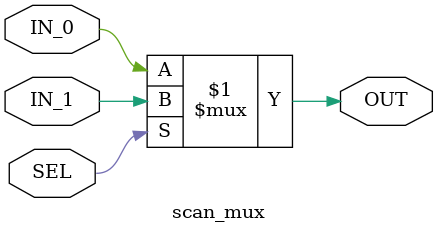
<source format=v>
module scan_mux  (

 input   wire                  IN_0,
 input   wire                  IN_1,
 input   wire                  SEL,
 output  wire                  OUT 

 );

assign OUT = SEL ? IN_1 : IN_0 ;
 
endmodule

</source>
